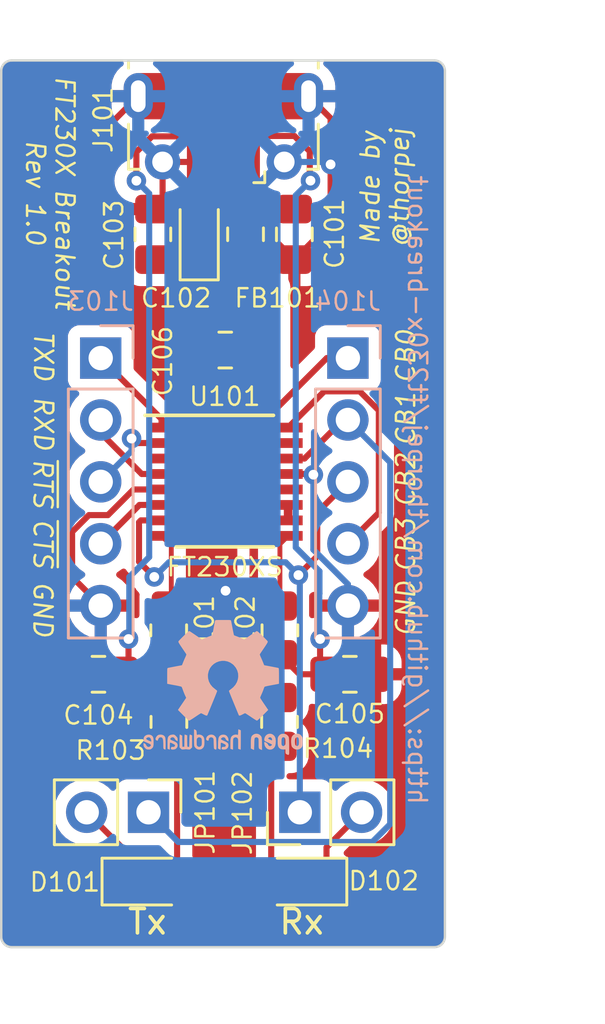
<source format=kicad_pcb>
(kicad_pcb (version 20221018) (generator pcbnew)
  (title_block (title "FT230X Breakout") (date "2024-07-03") (rev "1.0") (company "Copyright (c) 2024 Jason R. Thorpe.  See LICENSE."))
  (layers (0 "F.Cu" signal) (31 "B.Cu" signal) (34 "B.Paste" user) (35 "F.Paste" user) (36 "B.SilkS" user "B.Silkscreen") (37 "F.SilkS" user "F.Silkscreen") (38 "B.Mask" user) (39 "F.Mask" user) (44 "Edge.Cuts" user))
  (net 0 "")
  (net 1 "Net-(J101-VBUS)")
  (net 2 "GND")
  (net 3 "/Vcc")
  (net 4 "Net-(J101-D+)")
  (net 5 "Net-(J101-D-)")
  (net 6 "/Vccio")
  (net 7 "Net-(D101-K)")
  (net 8 "Net-(D101-A)")
  (net 9 "Net-(D102-K)")
  (net 10 "Net-(D102-A)")
  (net 12 "/TXD")
  (net 13 "/RXD")
  (net 14 "/~{RTS}")
  (net 15 "/~{CTS}")
  (net 16 "/CBUS3")
  (net 17 "/CBUS2")
  (net 18 "/CBUS1")
  (net 19 "/CBUS0")
  (net 20 "/D+")
  (net 21 "/D-")
  (footprint "Resistor_SMD:R_0805_2012Metric_Pad1.20x1.40mm_HandSolder" (layer "F.Cu") (at 142.4017 123.3424 -90)
    (fp_text reference "R103" (at 1.1684 2.3969 180) (layer "F.SilkS") (effects (font (size 0.75 0.75) (thickness 0.1))))
    (fp_text value "270R" hide)
    (pad "1" smd roundrect (at -1 0 270) (size 1.2 1.4) (layers "F.Cu" "F.Paste" "F.Mask") (roundrect_rratio 0.2083333333) (net 6 "/Vccio"))
    (pad "2" smd roundrect (at 1 0 270) (size 1.2 1.4) (layers "F.Cu" "F.Paste" "F.Mask") (roundrect_rratio 0.2083333333) (net 8 "Net-(D101-A)"))
  )
  (footprint "Connector_PinHeader_2.54mm:PinHeader_1x02_P2.54mm_Vertical" (layer "F.Cu") (at 141.5635 127.0508 -90)
    (fp_text reference "JP101" (at 0 -2.33 90) (layer "F.SilkS") (effects (font (size 0.75 0.75) (thickness 0.1))))
    (fp_text value "Jumper_2_Bridged" hide)
    (pad "1" thru_hole rect (at 0 0 270) (size 1.7 1.7) (drill 1) (layers "*.Cu" "*.Mask") (net 18 "/CBUS1"))
    (pad "2" thru_hole oval (at 0 2.54 270) (size 1.7 1.7) (drill 1) (layers "*.Cu" "*.Mask") (net 7 "Net-(D101-K)"))
  )
  (footprint "LED_SMD:LED_0805_2012Metric_Pad1.15x1.40mm_HandSolder" (layer "F.Cu") (at 141.5127 129.8956)
    (fp_text reference "D101" (at -3.3875 0.0254) (layer "F.SilkS") (effects (font (size 0.75 0.75) (thickness 0.1))))
    (fp_text value "Tx" (at 0 1.65) (layer "F.SilkS"))
    (pad "1" smd roundrect (at -1.025 0) (size 1.15 1.4) (layers "F.Cu" "F.Paste" "F.Mask") (roundrect_rratio 0.2173913043) (net 7 "Net-(D101-K)"))
    (pad "2" smd roundrect (at 1.025 0) (size 1.15 1.4) (layers "F.Cu" "F.Paste" "F.Mask") (roundrect_rratio 0.2173913043) (net 8 "Net-(D101-A)"))
  )
  (footprint "Connector_PinHeader_2.54mm:PinHeader_1x02_P2.54mm_Vertical" (layer "F.Cu") (at 147.7815 127.0508 90)
    (fp_text reference "JP102" (at -0.0254 -2.3572 90) (layer "F.SilkS") (effects (font (size 0.75 0.75) (thickness 0.1))))
    (fp_text value "Jumper_2_Bridged" hide)
    (pad "1" thru_hole rect (at 0 0 90) (size 1.7 1.7) (drill 1) (layers "*.Cu" "*.Mask") (net 17 "/CBUS2"))
    (pad "2" thru_hole oval (at 0 2.54 90) (size 1.7 1.7) (drill 1) (layers "*.Cu" "*.Mask") (net 9 "Net-(D102-K)"))
  )
  (footprint "Resistor_SMD:R_0805_2012Metric_Pad1.20x1.40mm_HandSolder" (layer "F.Cu") (at 146.9483 123.3424 -90)
    (fp_text reference "R104" (at 1.0922 -2.4037 180) (layer "F.SilkS") (effects (font (size 0.75 0.75) (thickness 0.1))))
    (fp_text value "270R" hide)
    (pad "1" smd roundrect (at -1 0 270) (size 1.2 1.4) (layers "F.Cu" "F.Paste" "F.Mask") (roundrect_rratio 0.2083333333) (net 6 "/Vccio"))
    (pad "2" smd roundrect (at 1 0 270) (size 1.2 1.4) (layers "F.Cu" "F.Paste" "F.Mask") (roundrect_rratio 0.2083333333) (net 10 "Net-(D102-A)"))
  )
  (footprint "Capacitor_SMD:C_0805_2012Metric_Pad1.18x1.45mm_HandSolder" (layer "F.Cu") (at 144.717 108.077)
    (fp_text reference "C106" (at -2.5693 0.4572 90) (layer "F.SilkS") (effects (font (size 0.75 0.75) (thickness 0.1))))
    (fp_text value "100nF" hide)
    (pad "1" smd roundrect (at -1.0375 0) (size 1.175 1.45) (layers "F.Cu" "F.Paste" "F.Mask") (roundrect_rratio 0.2127659574) (net 6 "/Vccio"))
    (pad "2" smd roundrect (at 1.0375 0) (size 1.175 1.45) (layers "F.Cu" "F.Paste" "F.Mask") (roundrect_rratio 0.2127659574) (net 2 "GND"))
  )
  (footprint "Resistor_SMD:R_0805_2012Metric_Pad1.20x1.40mm_HandSolder" (layer "F.Cu") (at 142.3924 119.5832 90)
    (fp_text reference "R101" (at 0 1.4732 90) (layer "F.SilkS") (effects (font (size 0.75 0.75) (thickness 0.1))))
    (fp_text value "27R" hide)
    (pad "1" smd roundrect (at -1 0 90) (size 1.2 1.4) (layers "F.Cu" "F.Paste" "F.Mask") (roundrect_rratio 0.2083333333) (net 4 "Net-(J101-D+)"))
    (pad "2" smd roundrect (at 1 0 90) (size 1.2 1.4) (layers "F.Cu" "F.Paste" "F.Mask") (roundrect_rratio 0.2083333333) (net 20 "/D+"))
  )
  (footprint "Capacitor_SMD:C_0805_2012Metric_Pad1.18x1.45mm_HandSolder" (layer "F.Cu") (at 145.5513 103.3233 -90)
    (fp_text reference "FB101" (at 2.6201 -1.3115 180) (layer "F.SilkS") (effects (font (size 0.75 0.75) (thickness 0.1))))
    (fp_text value "FerriteBead_Small" hide)
    (pad "1" smd roundrect (at -1.0375 0 270) (size 1.175 1.45) (layers "F.Cu" "F.Paste" "F.Mask") (roundrect_rratio 0.2127659574) (net 1 "Net-(J101-VBUS)"))
    (pad "2" smd roundrect (at 1.0375 0 270) (size 1.175 1.45) (layers "F.Cu" "F.Paste" "F.Mask") (roundrect_rratio 0.2127659574) (net 3 "/Vcc"))
  )
  (footprint "Capacitor_SMD:C_0805_2012Metric_Pad1.18x1.45mm_HandSolder" (layer "F.Cu") (at 147.5579 103.3272 -90)
    (fp_text reference "C101" (at -0.0254 -1.651 90) (layer "F.SilkS") (effects (font (size 0.75 0.75) (thickness 0.1))))
    (fp_text value "10nF" hide)
    (pad "1" smd roundrect (at -1.0375 0 270) (size 1.175 1.45) (layers "F.Cu" "F.Paste" "F.Mask") (roundrect_rratio 0.2127659574) (net 1 "Net-(J101-VBUS)"))
    (pad "2" smd roundrect (at 1.0375 0 270) (size 1.175 1.45) (layers "F.Cu" "F.Paste" "F.Mask") (roundrect_rratio 0.2127659574) (net 2 "GND"))
  )
  (footprint "LED_SMD:LED_0805_2012Metric_Pad1.15x1.40mm_HandSolder" (layer "F.Cu") (at 147.8537 129.8956 180)
    (fp_text reference "D102" (at -3.3779 0.0254) (layer "F.SilkS") (effects (font (size 0.75 0.75) (thickness 0.1))))
    (fp_text value "Rx" (at 0 -1.651) (layer "F.SilkS"))
    (pad "1" smd roundrect (at -1.025 0 180) (size 1.15 1.4) (layers "F.Cu" "F.Paste" "F.Mask") (roundrect_rratio 0.2173913043) (net 9 "Net-(D102-K)"))
    (pad "2" smd roundrect (at 1.025 0 180) (size 1.15 1.4) (layers "F.Cu" "F.Paste" "F.Mask") (roundrect_rratio 0.2173913043) (net 10 "Net-(D102-A)"))
  )
  (footprint "Connector_USB:USB_Micro-B_Molex-105017-0001" (layer "F.Cu") (at 144.6415 98.8929 180)
    (fp_text reference "J101" (at 4.9415 0.2647 270) (layer "F.SilkS") (effects (font (size 0.75 0.75) (thickness 0.1))))
    (fp_text value "USB_B_Micro")
    (pad "1" smd rect (at -1.3 -1.4625 180) (size 0.4 1.35) (layers "F.Cu" "F.Paste" "F.Mask") (net 1 "Net-(J101-VBUS)"))
    (pad "2" smd rect (at -0.65 -1.4625 180) (size 0.4 1.35) (layers "F.Cu" "F.Paste" "F.Mask") (net 5 "Net-(J101-D-)"))
    (pad "3" smd rect (at 0 -1.4625 180) (size 0.4 1.35) (layers "F.Cu" "F.Paste" "F.Mask") (net 4 "Net-(J101-D+)"))
    (pad "4" smd rect (at 0.65 -1.4625 180) (size 0.4 1.35) (layers "F.Cu" "F.Paste" "F.Mask"))
    (pad "5" smd rect (at 1.3 -1.4625 180) (size 0.4 1.35) (layers "F.Cu" "F.Paste" "F.Mask") (net 2 "GND"))
    (pad "6" thru_hole oval (at -3.5 1.2375) (size 1.2 1.9) (drill oval 0.6 1.3) (layers "*.Cu" "*.Mask") (net 2 "GND"))
    (pad "6" smd rect (at -2.9 1.2375 180) (size 1.2 1.9) (layers "F.Cu" "F.Mask") (net 2 "GND"))
    (pad "6" thru_hole circle (at -2.5 -1.4625 180) (size 1.45 1.45) (drill 0.85) (layers "*.Cu" "*.Mask") (net 2 "GND"))
    (pad "6" smd rect (at -1 1.2375 180) (size 1.5 1.9) (layers "F.Cu" "F.Paste" "F.Mask") (net 2 "GND"))
    (pad "6" smd rect (at 1 1.2375 180) (size 1.5 1.9) (layers "F.Cu" "F.Paste" "F.Mask") (net 2 "GND"))
    (pad "6" thru_hole circle (at 2.5 -1.4625 180) (size 1.45 1.45) (drill 0.85) (layers "*.Cu" "*.Mask") (net 2 "GND"))
    (pad "6" smd rect (at 2.9 1.2375 180) (size 1.2 1.9) (layers "F.Cu" "F.Mask") (net 2 "GND"))
    (pad "6" thru_hole oval (at 3.5 1.2375 180) (size 1.2 1.9) (drill oval 0.6 1.3) (layers "*.Cu" "*.Mask") (net 2 "GND"))
  )
  (footprint "Package_SO:SSOP-16_3.9x4.9mm_P0.635mm" (layer "F.Cu") (at 144.6984 113.4822)
    (fp_text reference "U101" (at 0 -3.5) (layer "F.SilkS") (effects (font (size 0.75 0.75) (thickness 0.1))))
    (fp_text value "FT230XS" (at 0 3.5) (layer "F.SilkS") (effects (font (size 0.75 0.75) (thickness 0.1))))
    (pad "1" smd rect (at -2.6 -2.2225) (size 1.2 0.4) (layers "F.Cu" "F.Paste" "F.Mask") (net 12 "/TXD"))
    (pad "2" smd rect (at -2.6 -1.5875) (size 1.2 0.4) (layers "F.Cu" "F.Paste" "F.Mask") (net 14 "/~{RTS}"))
    (pad "3" smd rect (at -2.6 -0.9525) (size 1.2 0.4) (layers "F.Cu" "F.Paste" "F.Mask") (net 6 "/Vccio"))
    (pad "4" smd rect (at -2.6 -0.3175) (size 1.2 0.4) (layers "F.Cu" "F.Paste" "F.Mask") (net 13 "/RXD"))
    (pad "5" smd rect (at -2.6 0.3175) (size 1.2 0.4) (layers "F.Cu" "F.Paste" "F.Mask") (net 2 "GND"))
    (pad "6" smd rect (at -2.6 0.9525) (size 1.2 0.4) (layers "F.Cu" "F.Paste" "F.Mask") (net 15 "/~{CTS}"))
    (pad "7" smd rect (at -2.6 1.5875) (size 1.2 0.4) (layers "F.Cu" "F.Paste" "F.Mask") (net 17 "/CBUS2"))
    (pad "8" smd rect (at -2.6 2.2225) (size 1.2 0.4) (layers "F.Cu" "F.Paste" "F.Mask") (net 20 "/D+"))
    (pad "9" smd rect (at 2.6 2.2225) (size 1.2 0.4) (layers "F.Cu" "F.Paste" "F.Mask") (net 21 "/D-"))
    (pad "10" smd rect (at 2.6 1.5875) (size 1.2 0.4) (layers "F.Cu" "F.Paste" "F.Mask") (net 6 "/Vccio"))
    (pad "11" smd rect (at 2.6 0.9525) (size 1.2 0.4) (layers "F.Cu" "F.Paste" "F.Mask") (net 6 "/Vccio"))
    (pad "12" smd rect (at 2.6 0.3175) (size 1.2 0.4) (layers "F.Cu" "F.Paste" "F.Mask") (net 3 "/Vcc"))
    (pad "13" smd rect (at 2.6 -0.3175) (size 1.2 0.4) (layers "F.Cu" "F.Paste" "F.Mask") (net 2 "GND"))
    (pad "14" smd rect (at 2.6 -0.9525) (size 1.2 0.4) (layers "F.Cu" "F.Paste" "F.Mask") (net 18 "/CBUS1"))
    (pad "15" smd rect (at 2.6 -1.5875) (size 1.2 0.4) (layers "F.Cu" "F.Paste" "F.Mask") (net 19 "/CBUS0"))
    (pad "16" smd rect (at 2.6 -2.2225) (size 1.2 0.4) (layers "F.Cu" "F.Paste" "F.Mask") (net 16 "/CBUS3"))
  )
  (footprint "Resistor_SMD:R_0805_2012Metric_Pad1.20x1.40mm_HandSolder" (layer "F.Cu") (at 146.9644 119.5832 90)
    (fp_text reference "R102" (at 0 -1.4224 90) (layer "F.SilkS") (effects (font (size 0.75 0.75) (thickness 0.1))))
    (fp_text value "27R" hide)
    (pad "1" smd roundrect (at -1 0 90) (size 1.2 1.4) (layers "F.Cu" "F.Paste" "F.Mask") (roundrect_rratio 0.2083333333) (net 5 "Net-(J101-D-)"))
    (pad "2" smd roundrect (at 1 0 90) (size 1.2 1.4) (layers "F.Cu" "F.Paste" "F.Mask") (roundrect_rratio 0.2083333333) (net 21 "/D-"))
  )
  (footprint "Capacitor_SMD:C_0805_2012Metric_Pad1.18x1.45mm_HandSolder" (layer "F.Cu") (at 149.84 121.3866)
    (fp_text reference "C105" (at 0 1.6256) (layer "F.SilkS") (effects (font (size 0.75 0.75) (thickness 0.1))))
    (fp_text value "47pF" hide)
    (pad "1" smd roundrect (at -1.0375 0) (size 1.175 1.45) (layers "F.Cu" "F.Paste" "F.Mask") (roundrect_rratio 0.2127659574) (net 5 "Net-(J101-D-)"))
    (pad "2" smd roundrect (at 1.0375 0) (size 1.175 1.45) (layers "F.Cu" "F.Paste" "F.Mask") (roundrect_rratio 0.2127659574) (net 2 "GND"))
  )
  (footprint "Capacitor_SMD:C_0805_2012Metric_Pad1.18x1.45mm_HandSolder" (layer "F.Cu") (at 139.5061 121.3866 180)
    (fp_text reference "C104" (at 0 -1.68) (layer "F.SilkS") (effects (font (size 0.75 0.75) (thickness 0.1))))
    (fp_text value "47pF" hide)
    (pad "1" smd roundrect (at -1.0375 0 180) (size 1.175 1.45) (layers "F.Cu" "F.Paste" "F.Mask") (roundrect_rratio 0.2127659574) (net 4 "Net-(J101-D+)"))
    (pad "2" smd roundrect (at 1.0375 0 180) (size 1.175 1.45) (layers "F.Cu" "F.Paste" "F.Mask") (roundrect_rratio 0.2127659574) (net 2 "GND"))
  )
  (footprint "Capacitor_Tantalum_SMD:CP_EIA-2012-15_AVX-P_Pad1.30x1.05mm_HandSolder" (layer "F.Cu") (at 143.6463 103.3116 90)
    (fp_text reference "C102" (at -2.6318 -0.9491 180) (layer "F.SilkS") (effects (font (size 0.75 0.75) (thickness 0.1))))
    (fp_text value "4.7µF" hide)
    (pad "1" smd roundrect (at -0.975 0 90) (size 1.3 1.05) (layers "F.Cu" "F.Paste" "F.Mask") (roundrect_rratio 0.2380952381) (net 3 "/Vcc"))
    (pad "2" smd roundrect (at 0.975 0 90) (size 1.3 1.05) (layers "F.Cu" "F.Paste" "F.Mask") (roundrect_rratio 0.2380952381) (net 2 "GND"))
  )
  (footprint "Capacitor_SMD:C_0805_2012Metric_Pad1.18x1.45mm_HandSolder" (layer "F.Cu") (at 141.7413 103.3272 90)
    (fp_text reference "C103" (at -0.0254 -1.6002 90) (layer "F.SilkS") (effects (font (size 0.75 0.75) (thickness 0.1))))
    (fp_text value "100nF" hide)
    (pad "1" smd roundrect (at -1.0375 0 90) (size 1.175 1.45) (layers "F.Cu" "F.Paste" "F.Mask") (roundrect_rratio 0.2127659574) (net 3 "/Vcc"))
    (pad "2" smd roundrect (at 1.0375 0 90) (size 1.175 1.45) (layers "F.Cu" "F.Paste" "F.Mask") (roundrect_rratio 0.2127659574) (net 2 "GND"))
  )
  (footprint "Symbol:OSHW-Logo2_7.3x6mm_SilkScreen" (layer "B.Cu") (at 144.6276 121.92 180)
    (fp_text reference "REF**" hide)
    (fp_text value "OSHW-Logo2_7.3x6mm_SilkScreen" hide)
  )
  (footprint "Connector_PinHeader_2.54mm:PinHeader_1x05_P2.54mm_Vertical" (layer "B.Cu") (at 139.5984 108.4072 180)
    (fp_text reference "J103" (at 0 2.33) (layer "B.SilkS") (effects (font (size 0.75 0.75) (thickness 0.1)) (justify mirror)))
    (fp_text value "Conn_01x05_Pin" hide)
    (pad "1" thru_hole rect (at 0 0 180) (size 1.7 1.7) (drill 1) (layers "*.Cu" "*.Mask") (net 12 "/TXD"))
    (pad "2" thru_hole oval (at 0 -2.54 180) (size 1.7 1.7) (drill 1) (layers "*.Cu" "*.Mask") (net 13 "/RXD"))
    (pad "3" thru_hole oval (at 0 -5.08 180) (size 1.7 1.7) (drill 1) (layers "*.Cu" "*.Mask") (net 14 "/~{RTS}"))
    (pad "4" thru_hole oval (at 0 -7.62 180) (size 1.7 1.7) (drill 1) (layers "*.Cu" "*.Mask") (net 15 "/~{CTS}"))
    (pad "5" thru_hole oval (at 0 -10.16 180) (size 1.7 1.7) (drill 1) (layers "*.Cu" "*.Mask") (net 2 "GND"))
  )
  (footprint "Connector_PinHeader_2.54mm:PinHeader_1x05_P2.54mm_Vertical" (layer "B.Cu") (at 149.7584 108.4072 180)
    (fp_text reference "J104" (at 0 2.33) (layer "B.SilkS") (effects (font (size 0.75 0.75) (thickness 0.1)) (justify mirror)))
    (fp_text value "Conn_01x05_Pin" hide)
    (pad "1" thru_hole rect (at 0 0 180) (size 1.7 1.7) (drill 1) (layers "*.Cu" "*.Mask") (net 19 "/CBUS0"))
    (pad "2" thru_hole oval (at 0 -2.54 180) (size 1.7 1.7) (drill 1) (layers "*.Cu" "*.Mask") (net 18 "/CBUS1"))
    (pad "3" thru_hole oval (at 0 -5.08 180) (size 1.7 1.7) (drill 1) (layers "*.Cu" "*.Mask") (net 17 "/CBUS2"))
    (pad "4" thru_hole oval (at 0 -7.62 180) (size 1.7 1.7) (drill 1) (layers "*.Cu" "*.Mask") (net 16 "/CBUS3"))
    (pad "5" thru_hole oval (at 0 -10.16 180) (size 1.7 1.7) (drill 1) (layers "*.Cu" "*.Mask") (net 2 "GND"))
  )
  (gr_line (start 135.509529 132.155671) (end 135.509529 96.6216) (stroke (width 0.1)) (layer "Edge.Cuts"))
  (gr_arc (start 135.509529 96.6216) (mid 135.636 96.316271) (end 135.941329 96.1898) (stroke (width 0.1)) (layer "Edge.Cuts"))
  (gr_line (start 153.745671 96.622129) (end 153.745671 132.155671) (stroke (width 0.1)) (layer "Edge.Cuts"))
  (gr_line (start 135.941329 96.1898) (end 153.313871 96.190329) (stroke (width 0.1)) (layer "Edge.Cuts"))
  (gr_arc (start 153.313871 96.190329) (mid 153.6192 96.3168) (end 153.745671 96.622129) (stroke (width 0.1)) (layer "Edge.Cuts"))
  (gr_line (start 153.313871 132.587471) (end 135.941329 132.587471) (stroke (width 0.1)) (layer "Edge.Cuts"))
  (gr_arc (start 135.941329 132.587471) (mid 135.636 132.461) (end 135.509529 132.155671) (stroke (width 0.1)) (layer "Edge.Cuts"))
  (gr_arc (start 153.745671 132.155671) (mid 153.6192 132.461) (end 153.313871 132.587471) (stroke (width 0.1)) (layer "Edge.Cuts"))
  (gr_text "https://github.com/thorpej/ft230x-breakout" (at 152.1714 126.7968 270) (layer "B.SilkS") (effects (font (size 0.75 0.75) (thickness 0.1)) (justify left bottom mirror)))
  (gr_text "~{RTS}" (at 136.779 112.4966 270) (layer "F.SilkS") (effects (font (size 0.75 0.75) (thickness 0.1) italic) (justify left bottom)))
  (gr_text "CB2" (at 152.5778 114.5794 90) (layer "F.SilkS") (effects (font (size 0.75 0.75) (thickness 0.1) italic) (justify left bottom)))
  (gr_text "CB3" (at 152.5778 117.2464 90) (layer "F.SilkS") (effects (font (size 0.75 0.75) (thickness 0.1) italic) (justify left bottom)))
  (gr_text "CB1" (at 152.5778 112.0648 90) (layer "F.SilkS") (effects (font (size 0.75 0.75) (thickness 0.1) italic) (justify left bottom)))
  (gr_text "Made by\n@thorpej" (at 152.3238 101.3968 90) (layer "F.SilkS") (effects (font (size 0.75 0.75) (thickness 0.1) italic) (justify bottom)))
  (gr_text "RXD" (at 136.8044 109.9312 270) (layer "F.SilkS") (effects (font (size 0.75 0.75) (thickness 0.1) italic) (justify left bottom)))
  (gr_text "GND" (at 136.779 117.5258 -90) (layer "F.SilkS") (effects (font (size 0.75 0.75) (thickness 0.1) italic) (justify left bottom)))
  (gr_text "TXD" (at 136.8044 107.2642 270) (layer "F.SilkS") (effects (font (size 0.75 0.75) (thickness 0.1) italic) (justify left bottom)))
  (gr_text "GND" (at 152.5778 119.888 90) (layer "F.SilkS") (effects (font (size 0.75 0.75) (thickness 0.1) italic) (justify left bottom)))
  (gr_text "FT230X Breakout\nRev 1.0" (at 136.4742 101.6254 270) (layer "F.SilkS") (effects (font (size 0.75 0.75) (thickness 0.1) italic) (justify bottom)))
  (gr_text "CB0" (at 152.5778 109.4994 90) (layer "F.SilkS") (effects (font (size 0.75 0.75) (thickness 0.1) italic) (justify left bottom)))
  (gr_text "~{CTS}" (at 136.779 114.9604 270) (layer "F.SilkS") (effects (font (size 0.75 0.75) (thickness 0.1) italic) (justify left bottom)))
  (segment (start 145.9415 100.3554) (end 145.9415 101.8956) (width 0.35) (layer "F.Cu") (net 1))
  (segment (start 147.554 102.2858) (end 147.5579 102.2897) (width 0.35) (layer "F.Cu") (net 1))
  (segment (start 145.9415 101.8956) (end 145.5513 102.2858) (width 0.35) (layer "F.Cu") (net 1))
  (segment (start 145.5513 102.2858) (end 147.554 102.2858) (width 0.35) (layer "F.Cu") (net 1))
  (segment (start 143.3415 100.3554) (end 142.1415 100.3554) (width 0.25) (layer "F.Cu") (net 2))
  (segment (start 139.895101 114.8522) (end 139.111699 114.8522) (width 0.25) (layer "F.Cu") (net 2))
  (segment (start 140.6945 102.2897) (end 141.7413 102.2897) (width 0.25) (layer "F.Cu") (net 2))
  (segment (start 142.0984 113.7997) (end 140.947601 113.7997) (width 0.25) (layer "F.Cu") (net 2))
  (segment (start 139.111699 114.8522) (end 138.4234 115.540499) (width 0.25) (layer "F.Cu") (net 2))
  (segment (start 143.6415 97.6554) (end 145.6415 97.6554) (width 0.25) (layer "F.Cu") (net 2))
  (segment (start 145.6415 97.6554) (end 147.5415 97.6554) (width 0.25) (layer "F.Cu") (net 2))
  (segment (start 138.4234 117.3922) (end 139.5984 118.5672) (width 0.25) (layer "F.Cu") (net 2))
  (segment (start 141.7413 102.2897) (end 142.1415 101.8895) (width 0.25) (layer "F.Cu") (net 2))
  (segment (start 143.6463 102.3366) (end 143.3415 102.0318) (width 0.25) (layer "F.Cu") (net 2))
  (segment (start 139.954 98.8429) (end 139.954 101.5492) (width 0.25) (layer "F.Cu") (net 2))
  (segment (start 140.947601 113.7997) (end 139.895101 114.8522) (width 0.25) (layer "F.Cu") (net 2))
  (segment (start 142.9484 113.7997) (end 144.7292 115.5805) (width 0.25) (layer "F.Cu") (net 2))
  (segment (start 143.6463 102.3366) (end 141.7882 102.3366) (width 0.25) (layer "F.Cu") (net 2))
  (segment (start 149.0472 98.5611) (end 148.1415 97.6554) (width 0.25) (layer "F.Cu") (net 2))
  (segment (start 143.3415 102.0318) (end 143.3415 100.3554) (width 0.25) (layer "F.Cu") (net 2))
  (segment (start 146.3954 103.2022) (end 147.5579 104.3647) (width 0.25) (layer "F.Cu") (net 2))
  (segment (start 142.1415 101.8895) (end 142.1415 100.3554) (width 0.25) (layer "F.Cu") (net 2))
  (segment (start 144.5119 103.2022) (end 146.3954 103.2022) (width 0.25) (layer "F.Cu") (net 2))
  (segment (start 141.7415 97.6554) (end 143.6415 97.6554) (width 0.25) (layer "F.Cu") (net 2))
  (segment (start 141.7882 102.3366) (end 141.7413 102.2897) (width 0.25) (layer "F.Cu") (net 2))
  (segment (start 147.5579 104.3647) (end 149.0472 102.8754) (width 0.25) (layer "F.Cu") (net 2))
  (segment (start 143.6463 102.3366) (end 144.5119 103.2022) (width 0.25) (layer "F.Cu") (net 2))
  (segment (start 139.954 101.5492) (end 140.6945 102.2897) (width 0.25) (layer "F.Cu") (net 2))
  (segment (start 148.310536 113.1647) (end 148.33903 113.193194) (width 0.25) (layer "F.Cu") (net 2))
  (segment (start 142.0984 113.7997) (end 142.9484 113.7997) (width 0.25) (layer "F.Cu") (net 2))
  (segment (start 149.0472 100.457) (end 149.0472 98.5611) (width 0.25) (layer "F.Cu") (net 2))
  (segment (start 149.0472 102.8754) (end 149.0472 100.457) (width 0.25) (layer "F.Cu") (net 2))
  (segment (start 138.4234 115.540499) (end 138.4234 117.3922) (width 0.25) (layer "F.Cu") (net 2))
  (segment (start 147.2984 113.1647) (end 148.310536 113.1647) (width 0.25) (layer "F.Cu") (net 2))
  (segment (start 144.7292 115.5805) (end 144.7292 117.9576) (width 0.25) (layer "F.Cu") (net 2))
  (segment (start 141.1415 97.6554) (end 139.954 98.8429) (width 0.25) (layer "F.Cu") (net 2))
  (via (at 148.33903 113.193194) (size 0.8) (drill 0.4) (layers "F.Cu" "B.Cu") (net 2))
  (via (at 149.0472 100.457) (size 0.8) (drill 0.4) (layers "F.Cu" "B.Cu") (net 2))
  (via (at 144.7292 117.9576) (size 0.8) (drill 0.4) (layers "F.Cu" "B.Cu") (net 2))
  (segment (start 149.0472 100.457) (end 148.9456 100.3554) (width 0.25) (layer "B.Cu") (net 2))
  (segment (start 148.33903 116.269531) (end 149.7584 117.688901) (width 0.25) (layer "B.Cu") (net 2))
  (segment (start 148.33903 113.193194) (end 148.33903 116.269531) (width 0.25) (layer "B.Cu") (net 2))
  (segment (start 149.7584 117.688901) (end 149.7584 118.5672) (width 0.25) (layer "B.Cu") (net 2))
  (segment (start 148.9456 100.3554) (end 147.1415 100.3554) (width 0.25) (layer "B.Cu") (net 2))
  (segment (start 141.7413 104.3647) (end 143.5682 104.3647) (width 0.35) (layer "F.Cu") (net 3))
  (segment (start 146.717 105.5265) (end 146.717 109.873096) (width 0.35) (layer "F.Cu") (net 3))
  (segment (start 146.3834 113.7997) (end 147.2984 113.7997) (width 0.35) (layer "F.Cu") (net 3))
  (segment (start 145.4771 104.2866) (end 145.5513 104.3608) (width 0.35) (layer "F.Cu") (net 3))
  (segment (start 145.8722 113.2885) (end 146.3834 113.7997) (width 0.35) (layer "F.Cu") (net 3))
  (segment (start 146.717 109.873096) (end 145.8722 110.717896) (width 0.35) (layer "F.Cu") (net 3))
  (segment (start 145.8722 110.717896) (end 145.8722 113.2885) (width 0.35) (layer "F.Cu") (net 3))
  (segment (start 145.5513 104.3608) (end 146.717 105.5265) (width 0.35) (layer "F.Cu") (net 3))
  (segment (start 143.6463 104.2866) (end 145.4771 104.2866) (width 0.35) (layer "F.Cu") (net 3))
  (segment (start 143.5682 104.3647) (end 143.6463 104.2866) (width 0.35) (layer "F.Cu") (net 3))
  (segment (start 140.7414 121.1888) (end 140.5436 121.3866) (width 0.25) (layer "F.Cu") (net 4))
  (segment (start 140.7414 119.9388) (end 140.7414 121.1888) (width 0.25) (layer "F.Cu") (net 4))
  (segment (start 144.6415 100.3554) (end 144.6415 99.4304) (width 0.25) (layer "F.Cu") (net 4))
  (segment (start 144.6415 99.4304) (end 144.5165 99.3054) (width 0.25) (layer "F.Cu") (net 4))
  (segment (start 144.5165 99.3054) (end 141.706575 99.3054) (width 0.25) (layer "F.Cu") (net 4))
  (segment (start 141.589 121.3866) (end 142.3924 120.5832) (width 0.25) (layer "F.Cu") (net 4))
  (segment (start 141.064901 99.947074) (end 141.064901 101.126918) (width 0.25) (layer "F.Cu") (net 4))
  (segment (start 141.706575 99.3054) (end 141.064901 99.947074) (width 0.25) (layer "F.Cu") (net 4))
  (segment (start 140.5436 121.3866) (end 141.589 121.3866) (width 0.25) (layer "F.Cu") (net 4))
  (via (at 141.064901 101.126918) (size 0.8) (drill 0.4) (layers "F.Cu" "B.Cu") (net 4))
  (via (at 140.7414 119.9388) (size 0.8) (drill 0.4) (layers "F.Cu" "B.Cu") (net 4))
  (segment (start 140.7734 119.9068) (end 140.7414 119.9388) (width 0.25) (layer "B.Cu") (net 4))
  (segment (start 141.591819 116.573074) (end 140.7734 117.391493) (width 0.25) (layer "B.Cu") (net 4))
  (segment (start 140.7734 117.391493) (end 140.7734 119.9068) (width 0.25) (layer "B.Cu") (net 4))
  (segment (start 141.064901 101.126918) (end 141.591819 101.653836) (width 0.25) (layer "B.Cu") (net 4))
  (segment (start 141.591819 101.653836) (end 141.591819 116.573074) (width 0.25) (layer "B.Cu") (net 4))
  (segment (start 147.559625 99.2886) (end 148.191299 99.920274) (width 0.25) (layer "F.Cu") (net 5))
  (segment (start 148.6154 119.9388) (end 148.6154 121.1995) (width 0.25) (layer "F.Cu") (net 5))
  (segment (start 145.2915 100.3554) (end 145.2915 99.4304) (width 0.25) (layer "F.Cu") (net 5))
  (segment (start 147.7678 121.3866) (end 146.9644 120.5832) (width 0.25) (layer "F.Cu") (net 5))
  (segment (start 148.191299 101.094528) (end 148.220428 101.123657) (width 0.25) (layer "F.Cu") (net 5))
  (segment (start 148.6154 121.1995) (end 148.8025 121.3866) (width 0.25) (layer "F.Cu") (net 5))
  (segment (start 145.2915 99.4304) (end 145.4333 99.2886) (width 0.25) (layer "F.Cu") (net 5))
  (segment (start 148.191299 99.920274) (end 148.191299 101.094528) (width 0.25) (layer "F.Cu") (net 5))
  (segment (start 148.8025 121.3866) (end 147.7678 121.3866) (width 0.25) (layer "F.Cu") (net 5))
  (segment (start 145.4333 99.2886) (end 147.559625 99.2886) (width 0.25) (layer "F.Cu") (net 5))
  (via (at 148.6154 119.9388) (size 0.8) (drill 0.4) (layers "F.Cu" "B.Cu") (net 5))
  (via (at 148.220428 101.123657) (size 0.8) (drill 0.4) (layers "F.Cu" "B.Cu") (net 5))
  (segment (start 148.5834 119.9068) (end 148.6154 119.9388) (width 0.25) (layer "B.Cu") (net 5))
  (segment (start 148.59 118.073899) (end 148.5834 118.080499) (width 0.25) (layer "B.Cu") (net 5))
  (segment (start 148.220428 101.123657) (end 147.61453 101.729555) (width 0.25) (layer "B.Cu") (net 5))
  (segment (start 147.61453 116.180721) (end 148.59 117.156191) (width 0.25) (layer "B.Cu") (net 5))
  (segment (start 148.59 117.156191) (end 148.59 118.073899) (width 0.25) (layer "B.Cu") (net 5))
  (segment (start 147.61453 101.729555) (end 147.61453 116.180721) (width 0.25) (layer "B.Cu") (net 5))
  (segment (start 148.5834 118.080499) (end 148.5834 119.9068) (width 0.25) (layer "B.Cu") (net 5))
  (segment (start 143.0484 112.5297) (end 142.0984 112.5297) (width 0.35) (layer "F.Cu") (net 6))
  (segment (start 146.3484 115.0697) (end 147.2984 115.0697) (width 0.35) (layer "F.Cu") (net 6))
  (segment (start 147.2984 115.0697) (end 146.8506 115.0697) (width 0.35) (layer "F.Cu") (net 6))
  (segment (start 142.4017 122.3424) (end 146.9483 122.3424) (width 0.35) (layer "F.Cu") (net 6))
  (segment (start 143.6795 111.8986) (end 143.0484 112.5297) (width 0.35) (layer "F.Cu") (net 6))
  (segment (start 146.9483 122.3424) (end 145.8894 121.2835) (width 0.35) (layer "F.Cu") (net 6))
  (segment (start 145.8894 115.5287) (end 146.3484 115.0697) (width 0.35) (layer "F.Cu") (net 6))
  (segment (start 146.8506 115.0697) (end 143.6795 111.8986) (width 0.35) (layer "F.Cu") (net 6))
  (segment (start 143.6795 108.077) (end 143.6795 111.8986) (width 0.35) (layer "F.Cu") (net 6))
  (segment (start 147.2984 114.4347) (end 147.2984 115.0697) (width 0.35) (layer "F.Cu") (net 6))
  (segment (start 145.8894 121.2835) (end 145.8894 115.5287) (width 0.35) (layer "F.Cu") (net 6))
  (segment (start 140.4877 128.515) (end 139.0235 127.0508) (width 0.25) (layer "F.Cu") (net 7))
  (segment (start 140.4877 129.8956) (end 140.4877 128.515) (width 0.25) (layer "F.Cu") (net 7))
  (segment (start 142.7385 129.6948) (end 142.7385 124.6792) (width 0.25) (layer "F.Cu") (net 8))
  (segment (start 142.7385 124.6792) (end 142.4017 124.3424) (width 0.25) (layer "F.Cu") (net 8))
  (segment (start 142.5377 129.8956) (end 142.7385 129.6948) (width 0.25) (layer "F.Cu") (net 8))
  (segment (start 148.8787 128.4936) (end 150.3215 127.0508) (width 0.25) (layer "F.Cu") (net 9))
  (segment (start 148.8787 129.8956) (end 148.8787 128.4936) (width 0.25) (layer "F.Cu") (net 9))
  (segment (start 146.8287 129.8956) (end 146.6065 129.6734) (width 0.25) (layer "F.Cu") (net 10))
  (segment (start 146.6065 124.6842) (end 146.9483 124.3424) (width 0.25) (layer "F.Cu") (net 10))
  (segment (start 146.6065 129.6734) (end 146.6065 124.6842) (width 0.25) (layer "F.Cu") (net 10))
  (segment (start 139.5984 108.4072) (end 142.0984 110.9072) (width 0.25) (layer "F.Cu") (net 12))
  (segment (start 142.0984 110.9072) (end 142.0984 111.2597) (width 0.25) (layer "F.Cu") (net 12))
  (segment (start 139.5984 110.9472) (end 139.5984 111.4797) (width 0.25) (layer "F.Cu") (net 13))
  (segment (start 141.2834 113.1647) (end 142.0984 113.1647) (width 0.25) (layer "F.Cu") (net 13))
  (segment (start 139.5984 111.4797) (end 141.2834 113.1647) (width 0.25) (layer "F.Cu") (net 13))
  (segment (start 141.052819 111.8947) (end 140.867319 111.7092) (width 0.25) (layer "F.Cu") (net 14))
  (segment (start 142.0984 111.8947) (end 141.052819 111.8947) (width 0.25) (layer "F.Cu") (net 14))
  (via (at 140.867319 111.7092) (size 0.8) (drill 0.4) (layers "F.Cu" "B.Cu") (net 14))
  (segment (start 139.5984 113.4872) (end 140.867319 112.218281) (width 0.25) (layer "B.Cu") (net 14))
  (segment (start 140.867319 112.218281) (end 140.867319 111.7092) (width 0.25) (layer "B.Cu") (net 14))
  (segment (start 139.5984 116.0272) (end 141.1909 114.4347) (width 0.25) (layer "F.Cu") (net 15))
  (segment (start 141.1909 114.4347) (end 142.0984 114.4347) (width 0.25) (layer "F.Cu") (net 15))
  (segment (start 151.0284 110.555499) (end 151.0284 114.7572) (width 0.25) (layer "F.Cu") (net 16))
  (segment (start 148.7859 109.7722) (end 150.245101 109.7722) (width 0.25) (layer "F.Cu") (net 16))
  (segment (start 150.245101 109.7722) (end 151.0284 110.555499) (width 0.25) (layer "F.Cu") (net 16))
  (segment (start 147.2984 111.2597) (end 148.7859 109.7722) (width 0.25) (layer "F.Cu") (net 16))
  (segment (start 151.0284 114.7572) (end 149.7584 116.0272) (width 0.25) (layer "F.Cu") (net 16))
  (segment (start 141.1734 116.764) (end 141.799446 117.390046) (width 0.25) (layer "F.Cu") (net 17))
  (segment (start 148.4984 116.540863) (end 147.724236 117.315027) (width 0.25) (layer "F.Cu") (net 17))
  (segment (start 142.0984 115.0697) (end 141.2484 115.0697) (width 0.25) (layer "F.Cu") (net 17))
  (segment (start 141.2484 115.0697) (end 141.1734 115.1447) (width 0.25) (layer "F.Cu") (net 17))
  (segment (start 148.4984 114.7472) (end 148.4984 116.540863) (width 0.25) (layer "F.Cu") (net 17))
  (segment (start 141.1734 115.1447) (end 141.1734 116.764) (width 0.25) (layer "F.Cu") (net 17))
  (segment (start 149.7584 113.4872) (end 148.4984 114.7472) (width 0.25) (layer "F.Cu") (net 17))
  (via (at 141.799446 117.390046) (size 0.8) (drill 0.4) (layers "F.Cu" "B.Cu") (net 17))
  (via (at 147.724236 117.315027) (size 0.8) (drill 0.4) (layers "F.Cu" "B.Cu") (net 17))
  (segment (start 147.7815 117.372291) (end 147.724236 117.315027) (width 0.25) (layer "B.Cu") (net 17))
  (segment (start 141.799446 117.390046) (end 142.400292 116.7892) (width 0.25) (layer "B.Cu") (net 17))
  (segment (start 147.7815 127.0508) (end 147.7815 117.372291) (width 0.25) (layer "B.Cu") (net 17))
  (segment (start 142.400292 116.7892) (end 147.198409 116.7892) (width 0.25) (layer "B.Cu") (net 17))
  (segment (start 147.198409 116.7892) (end 147.724236 117.315027) (width 0.25) (layer "B.Cu") (net 17))
  (segment (start 149.7584 110.9472) (end 149.560426 110.9472) (width 0.25) (layer "F.Cu") (net 18))
  (segment (start 149.560426 110.9472) (end 147.977926 112.5297) (width 0.25) (layer "F.Cu") (net 18))
  (segment (start 147.977926 112.5297) (end 147.2984 112.5297) (width 0.25) (layer "F.Cu") (net 18))
  (segment (start 142.7827 128.27) (end 141.5635 127.0508) (width 0.25) (layer "B.Cu") (net 18))
  (segment (start 149.7584 110.9472) (end 151.4965 112.6853) (width 0.25) (layer "B.Cu") (net 18))
  (segment (start 151.4965 127.537501) (end 150.764001 128.27) (width 0.25) (layer "B.Cu") (net 18))
  (segment (start 150.764001 128.27) (end 142.7827 128.27) (width 0.25) (layer "B.Cu") (net 18))
  (segment (start 151.4965 112.6853) (end 151.4965 127.537501) (width 0.25) (layer "B.Cu") (net 18))
  (segment (start 146.4484 111.8947) (end 147.2984 111.8947) (width 0.25) (layer "F.Cu") (net 19))
  (segment (start 146.3734 110.923098) (end 146.3734 111.8197) (width 0.25) (layer "F.Cu") (net 19))
  (segment (start 146.3734 111.8197) (end 146.4484 111.8947) (width 0.25) (layer "F.Cu") (net 19))
  (segment (start 149.7584 108.4072) (end 148.889298 108.4072) (width 0.25) (layer "F.Cu") (net 19))
  (segment (start 148.889298 108.4072) (end 146.3734 110.923098) (width 0.25) (layer "F.Cu") (net 19))
  (segment (start 142.498946 118.476654) (end 142.498946 116.105246) (width 0.2) (layer "F.Cu") (net 20))
  (segment (start 142.498946 116.105246) (end 142.0984 115.7047) (width 0.2) (layer "F.Cu") (net 20))
  (segment (start 142.3924 118.5832) (end 142.498946 118.476654) (width 0.2) (layer "F.Cu") (net 20))
  (segment (start 146.9644 116.0387) (end 147.2984 115.7047) (width 0.2) (layer "F.Cu") (net 21))
  (segment (start 146.9644 118.5832) (end 146.9644 116.0387) (width 0.2) (layer "F.Cu") (net 21))
  (zone (net 2) (net_name "GND") (layers "F&B.Cu") (connect_pads (clearance 0.5)) (min_thickness 0.25) (fill yes (thermal_gap 0.5) (thermal_bridge_width 0.5))
    (polygon (pts (xy 135.509 96.1898) (xy 153.7462 96.1898) (xy 153.7462 132.588) (xy 135.509 132.588)))
  )
)
</source>
